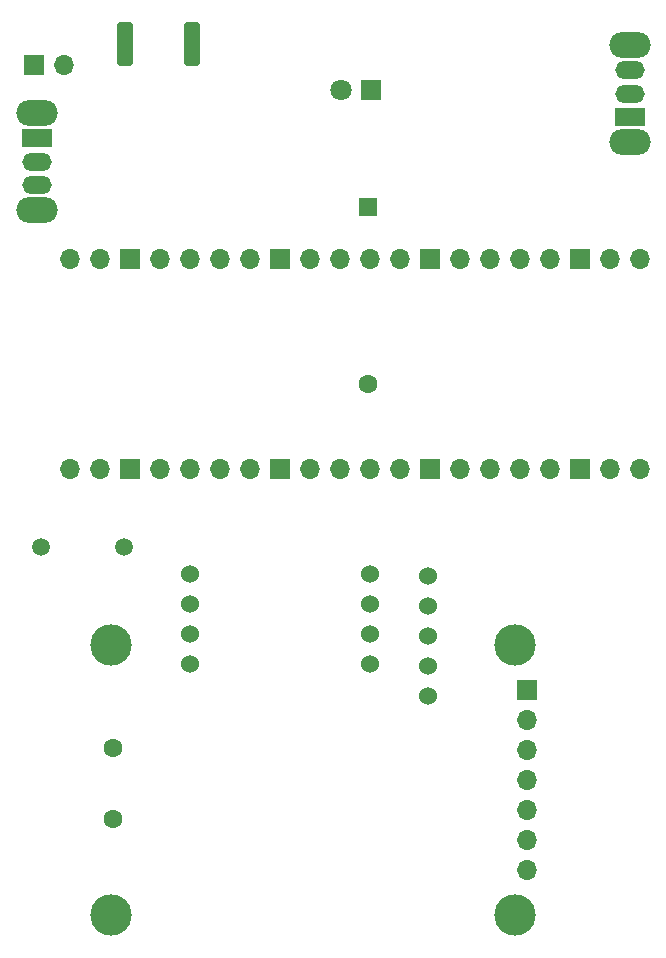
<source format=gbr>
%TF.GenerationSoftware,KiCad,Pcbnew,8.0.5*%
%TF.CreationDate,2024-11-28T19:31:39+00:00*%
%TF.ProjectId,ScoutAM,53636f75-7441-44d2-9e6b-696361645f70,rev?*%
%TF.SameCoordinates,Original*%
%TF.FileFunction,Soldermask,Bot*%
%TF.FilePolarity,Negative*%
%FSLAX46Y46*%
G04 Gerber Fmt 4.6, Leading zero omitted, Abs format (unit mm)*
G04 Created by KiCad (PCBNEW 8.0.5) date 2024-11-28 19:31:39*
%MOMM*%
%LPD*%
G01*
G04 APERTURE LIST*
G04 Aperture macros list*
%AMRoundRect*
0 Rectangle with rounded corners*
0 $1 Rounding radius*
0 $2 $3 $4 $5 $6 $7 $8 $9 X,Y pos of 4 corners*
0 Add a 4 corners polygon primitive as box body*
4,1,4,$2,$3,$4,$5,$6,$7,$8,$9,$2,$3,0*
0 Add four circle primitives for the rounded corners*
1,1,$1+$1,$2,$3*
1,1,$1+$1,$4,$5*
1,1,$1+$1,$6,$7*
1,1,$1+$1,$8,$9*
0 Add four rect primitives between the rounded corners*
20,1,$1+$1,$2,$3,$4,$5,0*
20,1,$1+$1,$4,$5,$6,$7,0*
20,1,$1+$1,$6,$7,$8,$9,0*
20,1,$1+$1,$8,$9,$2,$3,0*%
G04 Aperture macros list end*
%ADD10R,1.800000X1.800000*%
%ADD11C,1.800000*%
%ADD12RoundRect,0.250000X0.425000X1.600000X-0.425000X1.600000X-0.425000X-1.600000X0.425000X-1.600000X0*%
%ADD13C,1.500000*%
%ADD14R,1.600000X1.600000*%
%ADD15C,1.600000*%
%ADD16O,3.500000X2.200000*%
%ADD17R,2.500000X1.500000*%
%ADD18O,2.500000X1.500000*%
%ADD19C,3.500000*%
%ADD20R,1.700000X1.700000*%
%ADD21O,1.700000X1.700000*%
%ADD22C,1.524000*%
G04 APERTURE END LIST*
D10*
%TO.C,D3*%
X100655000Y-56295000D03*
D11*
X98115000Y-56295000D03*
%TD*%
D12*
%TO.C,J4*%
X79835000Y-52410000D03*
X85485000Y-52410000D03*
%TD*%
D13*
%TO.C,J3*%
X72730000Y-95000000D03*
X79730000Y-95000000D03*
%TD*%
D14*
%TO.C,LS1*%
X100430000Y-66170000D03*
D15*
X100430000Y-81170000D03*
%TD*%
D16*
%TO.C,SW9*%
X72360000Y-58260000D03*
X72360000Y-66460000D03*
D17*
X72360000Y-60360000D03*
D18*
X72360000Y-62360000D03*
X72360000Y-64360000D03*
%TD*%
D16*
%TO.C,SW8*%
X122600000Y-60690000D03*
X122600000Y-52490000D03*
D17*
X122600000Y-58590000D03*
D18*
X122600000Y-56590000D03*
X122600000Y-54590000D03*
%TD*%
D19*
%TO.C,J1*%
X112860000Y-103320000D03*
X78640000Y-103320000D03*
D20*
X113860000Y-107090000D03*
D19*
X112860000Y-126100000D03*
X78640000Y-126100000D03*
D21*
X113860000Y-109630000D03*
X113860000Y-112170000D03*
X113860000Y-114710000D03*
X113860000Y-117250000D03*
X113860000Y-119790000D03*
X113860000Y-122330000D03*
%TD*%
D15*
%TO.C,SW7*%
X78870001Y-117999985D03*
X78870001Y-111999985D03*
%TD*%
D20*
%TO.C,J5*%
X72185000Y-54205000D03*
D21*
X74725000Y-54205000D03*
%TD*%
D22*
%TO.C,U1*%
X105480000Y-107580000D03*
X105480000Y-105040000D03*
X105480000Y-102500000D03*
X105480000Y-99960000D03*
X105480000Y-97420000D03*
%TD*%
%TO.C,U4*%
X100620000Y-97240000D03*
X100620000Y-99780000D03*
X100620000Y-102320000D03*
X100620000Y-104860000D03*
X85380000Y-97240000D03*
X85380000Y-99780000D03*
X85380000Y-102320000D03*
X85380000Y-104860000D03*
%TD*%
D21*
%TO.C,A1*%
X123440000Y-88400000D03*
X120900000Y-88400000D03*
D20*
X118360000Y-88400000D03*
D21*
X115820000Y-88400000D03*
X113280000Y-88400000D03*
X110740000Y-88400000D03*
X108200000Y-88400000D03*
D20*
X105660000Y-88400000D03*
D21*
X103120000Y-88400000D03*
X100580000Y-88400000D03*
X98040000Y-88400000D03*
X95500000Y-88400000D03*
D20*
X92960000Y-88400000D03*
D21*
X90420000Y-88400000D03*
X87880000Y-88400000D03*
X85340000Y-88400000D03*
X82800000Y-88400000D03*
D20*
X80260000Y-88400000D03*
D21*
X77720000Y-88400000D03*
X75180000Y-88400000D03*
X75180000Y-70620000D03*
X77720000Y-70620000D03*
D20*
X80260000Y-70620000D03*
D21*
X82800000Y-70620000D03*
X85340000Y-70620000D03*
X87880000Y-70620000D03*
X90420000Y-70620000D03*
D20*
X92960000Y-70620000D03*
D21*
X95500000Y-70620000D03*
X98040000Y-70620000D03*
X100580000Y-70620000D03*
X103120000Y-70620000D03*
D20*
X105660000Y-70620000D03*
D21*
X108200000Y-70620000D03*
X110740000Y-70620000D03*
X113280000Y-70620000D03*
X115820000Y-70620000D03*
D20*
X118360000Y-70620000D03*
D21*
X120900000Y-70620000D03*
X123440000Y-70620000D03*
%TD*%
M02*

</source>
